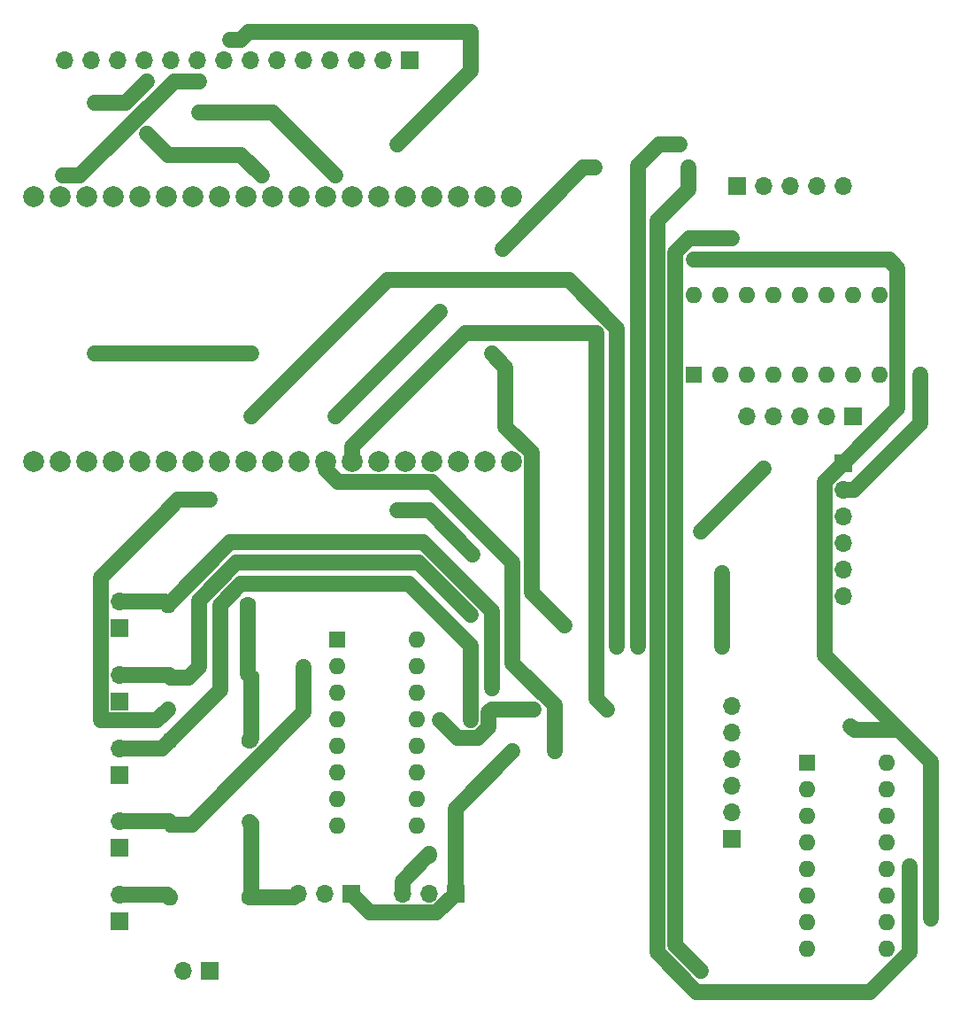
<source format=gbr>
%TF.GenerationSoftware,KiCad,Pcbnew,8.0.3*%
%TF.CreationDate,2025-02-04T16:17:40+01:00*%
%TF.ProjectId,Esp32-card,45737033-322d-4636-9172-642e6b696361,rev?*%
%TF.SameCoordinates,Original*%
%TF.FileFunction,Copper,L1,Top*%
%TF.FilePolarity,Positive*%
%FSLAX46Y46*%
G04 Gerber Fmt 4.6, Leading zero omitted, Abs format (unit mm)*
G04 Created by KiCad (PCBNEW 8.0.3) date 2025-02-04 16:17:40*
%MOMM*%
%LPD*%
G01*
G04 APERTURE LIST*
%TA.AperFunction,ComponentPad*%
%ADD10R,1.700000X1.700000*%
%TD*%
%TA.AperFunction,ComponentPad*%
%ADD11O,1.700000X1.700000*%
%TD*%
%TA.AperFunction,ComponentPad*%
%ADD12R,1.600000X1.600000*%
%TD*%
%TA.AperFunction,ComponentPad*%
%ADD13O,1.600000X1.600000*%
%TD*%
%TA.AperFunction,ComponentPad*%
%ADD14C,1.600000*%
%TD*%
%TA.AperFunction,ComponentPad*%
%ADD15C,2.000000*%
%TD*%
%TA.AperFunction,ViaPad*%
%ADD16C,1.200000*%
%TD*%
%TA.AperFunction,ViaPad*%
%ADD17C,1.000000*%
%TD*%
%TA.AperFunction,Conductor*%
%ADD18C,1.500000*%
%TD*%
G04 APERTURE END LIST*
D10*
%TO.P,J7,1,Pin_1*%
%TO.N,T_IRQ*%
X156160000Y-36000000D03*
D11*
%TO.P,J7,2,Pin_2*%
%TO.N,T_DO*%
X153620000Y-36000000D03*
%TO.P,J7,3,Pin_3*%
%TO.N,T_DIN*%
X151080000Y-36000000D03*
%TO.P,J7,4,Pin_4*%
%TO.N,T_CS*%
X148540000Y-36000000D03*
%TO.P,J7,5,Pin_5*%
%TO.N,TS_CLK*%
X146000000Y-36000000D03*
%TO.P,J7,6,Pin_6*%
%TO.N,MISO*%
X143460000Y-36000000D03*
%TO.P,J7,7,Pin_7*%
%TO.N,LED*%
X140920000Y-36000000D03*
%TO.P,J7,8,Pin_8*%
%TO.N,SCK*%
X138380000Y-36000000D03*
%TO.P,J7,9,Pin_9*%
%TO.N,MOSI*%
X135840000Y-36000000D03*
%TO.P,J7,10,Pin_10*%
%TO.N,DC*%
X133300000Y-36000000D03*
%TO.P,J7,11,Pin_11*%
%TO.N,RESET*%
X130760000Y-36000000D03*
%TO.P,J7,12,Pin_12*%
%TO.N,CS*%
X128220000Y-36000000D03*
%TO.P,J7,13,Pin_13*%
%TO.N,GND*%
X125680000Y-36000000D03*
%TO.P,J7,14,Pin_14*%
%TO.N,3v3*%
X123140000Y-36000000D03*
%TD*%
D12*
%TO.P,U4,1,A4*%
%TO.N,Capteur_Hall_1*%
X149200000Y-91300000D03*
D13*
%TO.P,U4,2,A6*%
%TO.N,Capteur_Autre_1*%
X149200000Y-93840000D03*
%TO.P,U4,3,A*%
%TO.N,Analog_Pin1*%
X149200000Y-96380000D03*
%TO.P,U4,4,A7*%
%TO.N,Capteur_Autre_2*%
X149200000Y-98920000D03*
%TO.P,U4,5,A5*%
%TO.N,Capteur_Hall_2*%
X149200000Y-101460000D03*
%TO.P,U4,6,~{E}*%
%TO.N,GND*%
X149200000Y-104000000D03*
%TO.P,U4,7,VEE*%
X149200000Y-106540000D03*
%TO.P,U4,8,GND*%
X149200000Y-109080000D03*
%TO.P,U4,9,S2*%
%TO.N,Net-(U1-QG)*%
X156820000Y-109080000D03*
%TO.P,U4,10,S1*%
%TO.N,Net-(U1-QF)*%
X156820000Y-106540000D03*
%TO.P,U4,11,S0*%
%TO.N,Net-(U1-QE)*%
X156820000Y-104000000D03*
%TO.P,U4,12,A3*%
%TO.N,Capteur_Force_3*%
X156820000Y-101460000D03*
%TO.P,U4,13,A0*%
%TO.N,Net-(J14-Pin_6)*%
X156820000Y-98920000D03*
%TO.P,U4,14,A1*%
%TO.N,Capteur_Force_1*%
X156820000Y-96380000D03*
%TO.P,U4,15,A2*%
%TO.N,Capteur_Force_2*%
X156820000Y-93840000D03*
%TO.P,U4,16,VCC*%
%TO.N,3v3*%
X156820000Y-91300000D03*
%TD*%
D12*
%TO.P,U1,1,QB*%
%TO.N,M1_Pin_Dir2*%
X194200000Y-103125000D03*
D13*
%TO.P,U1,2,QC*%
%TO.N,M2_Pin_Dir1*%
X194200000Y-105665000D03*
%TO.P,U1,3,QD*%
%TO.N,M2_Pin_Dir2*%
X194200000Y-108205000D03*
%TO.P,U1,4,QE*%
%TO.N,Net-(U1-QE)*%
X194200000Y-110745000D03*
%TO.P,U1,5,QF*%
%TO.N,Net-(U1-QF)*%
X194200000Y-113285000D03*
%TO.P,U1,6,QG*%
%TO.N,Net-(U1-QG)*%
X194200000Y-115825000D03*
%TO.P,U1,7,QH*%
%TO.N,unconnected-(U1-QH-Pad7)*%
X194200000Y-118365000D03*
%TO.P,U1,8,GND*%
%TO.N,GND*%
X194200000Y-120905000D03*
%TO.P,U1,9,QH'*%
%TO.N,Net-(U1-QH')*%
X201820000Y-120905000D03*
%TO.P,U1,10,~{SRCLR}*%
%TO.N,3v3*%
X201820000Y-118365000D03*
%TO.P,U1,11,SRCLK*%
%TO.N,Clock*%
X201820000Y-115825000D03*
%TO.P,U1,12,RCLK*%
%TO.N,Trig*%
X201820000Y-113285000D03*
%TO.P,U1,13,~{OE}*%
%TO.N,GND*%
X201820000Y-110745000D03*
%TO.P,U1,14,SER*%
%TO.N,Data*%
X201820000Y-108205000D03*
%TO.P,U1,15,QA*%
%TO.N,M1_Pin_Dir1*%
X201820000Y-105665000D03*
%TO.P,U1,16,VCC*%
%TO.N,3v3*%
X201820000Y-103125000D03*
%TD*%
D10*
%TO.P,J2,1,Pin_1*%
%TO.N,5v*%
X128375000Y-90275000D03*
D11*
%TO.P,J2,2,Pin_2*%
%TO.N,Capteur_Force_1*%
X128375000Y-87735000D03*
%TD*%
D10*
%TO.P,J12,1,Pin_1*%
%TO.N,3v3*%
X187460000Y-48000000D03*
D11*
%TO.P,J12,2,Pin_2*%
%TO.N,GND*%
X190000000Y-48000000D03*
%TO.P,J12,3,Pin_3*%
%TO.N,Trig*%
X192540000Y-48000000D03*
%TO.P,J12,4,Pin_4*%
%TO.N,Clock*%
X195080000Y-48000000D03*
%TO.P,J12,5,Pin_5*%
%TO.N,Net-(J12-Pin_5)*%
X197620000Y-48000000D03*
%TD*%
D10*
%TO.P,J14,1,Pin_1*%
%TO.N,3v3*%
X197625000Y-74460000D03*
D11*
%TO.P,J14,2,Pin_2*%
%TO.N,GND*%
X197625000Y-77000000D03*
%TO.P,J14,3,Pin_3*%
%TO.N,Net-(J14-Pin_3)*%
X197625000Y-79540000D03*
%TO.P,J14,4,Pin_4*%
%TO.N,Net-(J14-Pin_4)*%
X197625000Y-82080000D03*
%TO.P,J14,5,Pin_5*%
%TO.N,Net-(J14-Pin_5)*%
X197625000Y-84620000D03*
%TO.P,J14,6,Pin_6*%
%TO.N,Net-(J14-Pin_6)*%
X197625000Y-87160000D03*
%TD*%
D10*
%TO.P,J13,1,Pin_1*%
%TO.N,5v*%
X128375000Y-118275000D03*
D11*
%TO.P,J13,2,Pin_2*%
%TO.N,Capteur_Autre_2*%
X128375000Y-115735000D03*
%TD*%
D10*
%TO.P,J3,1,Pin_1*%
%TO.N,5v*%
X128375000Y-97275000D03*
D11*
%TO.P,J3,2,Pin_2*%
%TO.N,Capteur_Force_2*%
X128375000Y-94735000D03*
%TD*%
D10*
%TO.P,J11,1,Pin_1*%
%TO.N,5v*%
X128375000Y-111275000D03*
D11*
%TO.P,J11,2,Pin_2*%
%TO.N,Capteur_Autre_1*%
X128375000Y-108735000D03*
%TD*%
D14*
%TO.P,R2,1*%
%TO.N,GND*%
X141000000Y-95000000D03*
D13*
%TO.P,R2,2*%
%TO.N,Capteur_Force_2*%
X133380000Y-95000000D03*
%TD*%
D10*
%TO.P,J8,1,Pin_1*%
%TO.N,M2_Pin_EN*%
X187000000Y-110350000D03*
D11*
%TO.P,J8,2,Pin_2*%
%TO.N,M2_Pin_Dir2*%
X187000000Y-107810000D03*
%TO.P,J8,3,Pin_3*%
%TO.N,M2_Pin_Dir1*%
X187000000Y-105270000D03*
%TO.P,J8,4,Pin_4*%
%TO.N,M1_Pin_Dir2*%
X187000000Y-102730000D03*
%TO.P,J8,5,Pin_5*%
%TO.N,M1_Pin_Dir1*%
X187000000Y-100190000D03*
%TO.P,J8,6,Pin_6*%
%TO.N,M1_Pin_EN*%
X187000000Y-97650000D03*
%TD*%
D14*
%TO.P,R5,1*%
%TO.N,GND*%
X140810000Y-116000000D03*
D13*
%TO.P,R5,2*%
%TO.N,Capteur_Autre_2*%
X133190000Y-116000000D03*
%TD*%
D14*
%TO.P,R3,1*%
%TO.N,GND*%
X140810000Y-101000000D03*
D13*
%TO.P,R3,2*%
%TO.N,Capteur_Force_3*%
X133190000Y-101000000D03*
%TD*%
D10*
%TO.P,J9,1,Pin_1*%
%TO.N,Net-(J9-Pin_1)*%
X198540000Y-70000000D03*
D11*
%TO.P,J9,2,Pin_2*%
%TO.N,Net-(J9-Pin_2)*%
X196000000Y-70000000D03*
%TO.P,J9,3,Pin_3*%
%TO.N,Net-(J9-Pin_3)*%
X193460000Y-70000000D03*
%TO.P,J9,4,Pin_4*%
%TO.N,Net-(J9-Pin_4)*%
X190920000Y-70000000D03*
%TO.P,J9,5,Pin_5*%
%TO.N,Net-(J9-Pin_5)*%
X188380000Y-70000000D03*
%TD*%
D12*
%TO.P,U2,1,QB*%
%TO.N,Net-(J14-Pin_4)*%
X183300000Y-66000000D03*
D13*
%TO.P,U2,2,QC*%
%TO.N,Net-(J14-Pin_3)*%
X185840000Y-66000000D03*
%TO.P,U2,3,QD*%
%TO.N,Net-(J9-Pin_5)*%
X188380000Y-66000000D03*
%TO.P,U2,4,QE*%
%TO.N,Net-(J9-Pin_4)*%
X190920000Y-66000000D03*
%TO.P,U2,5,QF*%
%TO.N,Net-(J9-Pin_3)*%
X193460000Y-66000000D03*
%TO.P,U2,6,QG*%
%TO.N,Net-(J9-Pin_2)*%
X196000000Y-66000000D03*
%TO.P,U2,7,QH*%
%TO.N,Net-(J9-Pin_1)*%
X198540000Y-66000000D03*
%TO.P,U2,8,GND*%
%TO.N,GND*%
X201080000Y-66000000D03*
%TO.P,U2,9,QH'*%
%TO.N,Net-(J12-Pin_5)*%
X201080000Y-58380000D03*
%TO.P,U2,10,~{SRCLR}*%
%TO.N,3v3*%
X198540000Y-58380000D03*
%TO.P,U2,11,SRCLK*%
%TO.N,Clock*%
X196000000Y-58380000D03*
%TO.P,U2,12,RCLK*%
%TO.N,Trig*%
X193460000Y-58380000D03*
%TO.P,U2,13,~{OE}*%
%TO.N,GND*%
X190920000Y-58380000D03*
%TO.P,U2,14,SER*%
%TO.N,Net-(U1-QH')*%
X188380000Y-58380000D03*
%TO.P,U2,15,QA*%
%TO.N,Net-(J14-Pin_5)*%
X185840000Y-58380000D03*
%TO.P,U2,16,VCC*%
%TO.N,3v3*%
X183300000Y-58380000D03*
%TD*%
D10*
%TO.P,J4,1,Pin_1*%
%TO.N,3v3*%
X160525000Y-115625000D03*
D11*
%TO.P,J4,2,Pin_2*%
%TO.N,Capteur_Hall_1*%
X157985000Y-115625000D03*
%TO.P,J4,3,Pin_3*%
%TO.N,GND*%
X155445000Y-115625000D03*
%TD*%
D10*
%TO.P,J6,1,Pin_1*%
%TO.N,GND*%
X137000000Y-123000000D03*
D11*
%TO.P,J6,2,Pin_2*%
%TO.N,5v*%
X134460000Y-123000000D03*
%TD*%
D14*
%TO.P,R1,1*%
%TO.N,GND*%
X140620000Y-88000000D03*
D13*
%TO.P,R1,2*%
%TO.N,Capteur_Force_1*%
X133000000Y-88000000D03*
%TD*%
D14*
%TO.P,R4,1*%
%TO.N,GND*%
X141000000Y-109000000D03*
D13*
%TO.P,R4,2*%
%TO.N,Capteur_Autre_1*%
X133380000Y-109000000D03*
%TD*%
D10*
%TO.P,J10,1,Pin_1*%
%TO.N,5v*%
X128375000Y-104275000D03*
D11*
%TO.P,J10,2,Pin_2*%
%TO.N,Capteur_Force_3*%
X128375000Y-101735000D03*
%TD*%
D10*
%TO.P,J5,1,Pin_1*%
%TO.N,3v3*%
X150525000Y-115625000D03*
D11*
%TO.P,J5,2,Pin_2*%
%TO.N,Capteur_Hall_2*%
X147985000Y-115625000D03*
%TO.P,J5,3,Pin_3*%
%TO.N,GND*%
X145445000Y-115625000D03*
%TD*%
D15*
%TO.P,ESP32_WROOM_KIT2,1,3v3*%
%TO.N,3v3*%
X120140000Y-74300000D03*
%TO.P,ESP32_WROOM_KIT2,2,EN*%
%TO.N,unconnected-(ESP32_WROOM_KIT2-EN-Pad2)*%
X122680000Y-74300000D03*
%TO.P,ESP32_WROOM_KIT2,3,GPIO36*%
%TO.N,unconnected-(ESP32_WROOM_KIT2-GPIO36-Pad3)*%
X125220000Y-74300000D03*
%TO.P,ESP32_WROOM_KIT2,4,GPIO39*%
%TO.N,unconnected-(ESP32_WROOM_KIT2-GPIO39-Pad4)*%
X127760000Y-74300000D03*
%TO.P,ESP32_WROOM_KIT2,5,GPIO34*%
%TO.N,unconnected-(ESP32_WROOM_KIT2-GPIO34-Pad5)*%
X130300000Y-74300000D03*
%TO.P,ESP32_WROOM_KIT2,6,GPIO35*%
%TO.N,unconnected-(ESP32_WROOM_KIT2-GPIO35-Pad6)*%
X132840000Y-74300000D03*
%TO.P,ESP32_WROOM_KIT2,7,GPIO32*%
%TO.N,unconnected-(ESP32_WROOM_KIT2-GPIO32-Pad7)*%
X135380000Y-74300000D03*
%TO.P,ESP32_WROOM_KIT2,8,GPIO33*%
%TO.N,Analog_Pin1*%
X137920000Y-74300000D03*
%TO.P,ESP32_WROOM_KIT2,9,GPIO25*%
%TO.N,Data*%
X140460000Y-74300000D03*
%TO.P,ESP32_WROOM_KIT2,10,GPIO26*%
%TO.N,Clock*%
X143000000Y-74300000D03*
%TO.P,ESP32_WROOM_KIT2,11,GPIO27*%
%TO.N,Trig*%
X145540000Y-74300000D03*
%TO.P,ESP32_WROOM_KIT2,12,GPIO14*%
%TO.N,M2_Pin_EN*%
X148080000Y-74300000D03*
%TO.P,ESP32_WROOM_KIT2,13,GPIO12*%
%TO.N,M1_Pin_EN*%
X150620000Y-74300000D03*
%TO.P,ESP32_WROOM_KIT2,14,GND*%
%TO.N,unconnected-(ESP32_WROOM_KIT2-GND-Pad14)*%
X153160000Y-74300000D03*
%TO.P,ESP32_WROOM_KIT2,15,GPIO13*%
%TO.N,unconnected-(ESP32_WROOM_KIT2-GPIO13-Pad15)*%
X155700000Y-74300000D03*
%TO.P,ESP32_WROOM_KIT2,16,GPIO9*%
%TO.N,unconnected-(ESP32_WROOM_KIT2-GPIO9-Pad16)*%
X158240000Y-74300000D03*
%TO.P,ESP32_WROOM_KIT2,17,GPIO10*%
%TO.N,unconnected-(ESP32_WROOM_KIT2-GPIO10-Pad17)*%
X160780000Y-74300000D03*
%TO.P,ESP32_WROOM_KIT2,18,GPIO11*%
%TO.N,unconnected-(ESP32_WROOM_KIT2-GPIO11-Pad18)*%
X163320000Y-74300000D03*
%TO.P,ESP32_WROOM_KIT2,19,5V*%
%TO.N,5v*%
X165860000Y-74300000D03*
%TO.P,ESP32_WROOM_KIT2,20,GND*%
%TO.N,GND*%
X120140000Y-49000000D03*
%TO.P,ESP32_WROOM_KIT2,21,GPIO23*%
%TO.N,MOSI*%
X122680000Y-49000000D03*
%TO.P,ESP32_WROOM_KIT2,22,GPIO22*%
%TO.N,RESET*%
X125220000Y-49000000D03*
%TO.P,ESP32_WROOM_KIT2,23,TXD*%
%TO.N,unconnected-(ESP32_WROOM_KIT2-TXD-Pad23)*%
X127760000Y-49000000D03*
%TO.P,ESP32_WROOM_KIT2,24*%
%TO.N,N/C*%
X130300000Y-49000000D03*
%TO.P,ESP32_WROOM_KIT2,25,GPIO21*%
%TO.N,unconnected-(ESP32_WROOM_KIT2-GPIO21-Pad25)*%
X132840000Y-49000000D03*
%TO.P,ESP32_WROOM_KIT2,26,GND*%
%TO.N,unconnected-(ESP32_WROOM_KIT2-GND-Pad26)*%
X135380000Y-49000000D03*
%TO.P,ESP32_WROOM_KIT2,27,GPIO19*%
%TO.N,MISO*%
X137920000Y-49000000D03*
%TO.P,ESP32_WROOM_KIT2,28,GPIO18*%
%TO.N,SCK*%
X140460000Y-49000000D03*
%TO.P,ESP32_WROOM_KIT2,29,GPIO5*%
%TO.N,CS*%
X143000000Y-49000000D03*
%TO.P,ESP32_WROOM_KIT2,30,GPIO17*%
%TO.N,unconnected-(ESP32_WROOM_KIT2-GPIO17-Pad30)*%
X145540000Y-49000000D03*
%TO.P,ESP32_WROOM_KIT2,31,GPIO16*%
%TO.N,unconnected-(ESP32_WROOM_KIT2-GPIO16-Pad31)*%
X148080000Y-49000000D03*
%TO.P,ESP32_WROOM_KIT2,32,GPIO4*%
%TO.N,DC*%
X150620000Y-49000000D03*
%TO.P,ESP32_WROOM_KIT2,33,GPIO0*%
%TO.N,unconnected-(ESP32_WROOM_KIT2-GPIO0-Pad33)*%
X153160000Y-49000000D03*
%TO.P,ESP32_WROOM_KIT2,34,GPIO2*%
%TO.N,unconnected-(ESP32_WROOM_KIT2-GPIO2-Pad34)*%
X155700000Y-49000000D03*
%TO.P,ESP32_WROOM_KIT2,35,GPIO15*%
%TO.N,LED*%
X158240000Y-49000000D03*
%TO.P,ESP32_WROOM_KIT2,36,SD1*%
%TO.N,unconnected-(ESP32_WROOM_KIT2-SD1-Pad36)*%
X160780000Y-49000000D03*
%TO.P,ESP32_WROOM_KIT2,37,SD0*%
%TO.N,unconnected-(ESP32_WROOM_KIT2-SD0-Pad37)*%
X163320000Y-49000000D03*
%TO.P,ESP32_WROOM_KIT2,38,CLK*%
%TO.N,unconnected-(ESP32_WROOM_KIT2-CLK-Pad38)*%
X165860000Y-49000000D03*
%TD*%
D16*
%TO.N,Clock*%
X182000000Y-44000000D03*
X155000000Y-79000000D03*
X162189038Y-83201935D03*
X186000000Y-85000000D03*
X186000000Y-92000000D03*
%TO.N,Trig*%
X149000000Y-70000000D03*
X159000000Y-60000000D03*
X165000000Y-54000000D03*
X173811558Y-46227375D03*
%TO.N,Data*%
X141000000Y-70000000D03*
%TO.N,3v3*%
X126000000Y-64000000D03*
X141000000Y-64000000D03*
X164000000Y-64000000D03*
X171000000Y-90000000D03*
%TO.N,Analog_Pin1*%
X137000000Y-78000000D03*
X133000000Y-98000000D03*
%TO.N,DC*%
X136000000Y-41000000D03*
X149000000Y-47000000D03*
%TO.N,SCK*%
X155000000Y-44000000D03*
X139000000Y-34000000D03*
%TO.N,MOSI*%
X123000000Y-47000000D03*
X136000000Y-38000000D03*
%TO.N,RESET*%
X126000000Y-40000000D03*
X131000000Y-38000000D03*
%TO.N,CS*%
X131000000Y-43000000D03*
X142000000Y-47000000D03*
D17*
%TO.N,Data*%
X176000000Y-92000000D03*
%TO.N,Trig*%
X182800000Y-46200000D03*
X204000000Y-113000000D03*
%TO.N,Clock*%
X178000000Y-92000000D03*
%TO.N,3v3*%
X198347500Y-99652500D03*
X198000000Y-55000000D03*
X166000000Y-102000000D03*
X206000000Y-118000000D03*
X183300000Y-55000000D03*
%TO.N,GND*%
X205000000Y-66000000D03*
X158000000Y-112000000D03*
X184000000Y-81000000D03*
X190000000Y-75000000D03*
%TO.N,M1_Pin_EN*%
X175000000Y-98000000D03*
%TO.N,Net-(U1-QH')*%
X187000000Y-53000000D03*
X184000000Y-123000000D03*
%TO.N,M2_Pin_EN*%
X170000000Y-102000000D03*
%TO.N,Capteur_Force_1*%
X164000000Y-96000000D03*
%TO.N,Capteur_Force_2*%
X162000000Y-89000000D03*
%TO.N,Capteur_Force_3*%
X162000000Y-99000000D03*
%TO.N,Capteur_Autre_1*%
X146000000Y-94000000D03*
%TO.N,Net-(J14-Pin_6)*%
X168000000Y-98000000D03*
X159000000Y-99000000D03*
%TD*%
D18*
%TO.N,GND*%
X184000000Y-81000000D02*
X190000000Y-75000000D01*
%TO.N,Clock*%
X180000000Y-44000000D02*
X182000000Y-44000000D01*
X178000000Y-46000000D02*
X180000000Y-44000000D01*
X178000000Y-55000000D02*
X178000000Y-46000000D01*
X178000000Y-92000000D02*
X178000000Y-55000000D01*
X157987103Y-79000000D02*
X155000000Y-79000000D01*
X162189038Y-83201935D02*
X157987103Y-79000000D01*
X186000000Y-92000000D02*
X186000000Y-85000000D01*
%TO.N,Trig*%
X159000000Y-60000000D02*
X149000000Y-70000000D01*
X172772625Y-46227375D02*
X165000000Y-54000000D01*
X173811558Y-46227375D02*
X172772625Y-46227375D01*
%TO.N,Data*%
X154000000Y-57000000D02*
X171404164Y-57000000D01*
X141000000Y-70000000D02*
X154000000Y-57000000D01*
%TO.N,3v3*%
X141000000Y-64000000D02*
X126000000Y-64000000D01*
X165317717Y-65317717D02*
X164000000Y-64000000D01*
X165317717Y-71000000D02*
X165317717Y-65317717D01*
X167810000Y-73492283D02*
X165317717Y-71000000D01*
X167810000Y-86810000D02*
X167810000Y-73492283D01*
X171000000Y-90000000D02*
X167810000Y-86810000D01*
%TO.N,Analog_Pin1*%
X134000000Y-78000000D02*
X137000000Y-78000000D01*
X132500000Y-79500000D02*
X134000000Y-78000000D01*
X126575000Y-85425000D02*
X132500000Y-79500000D01*
X126575000Y-99075000D02*
X126575000Y-85425000D01*
X131925000Y-99075000D02*
X126575000Y-99075000D01*
X133000000Y-98000000D02*
X131925000Y-99075000D01*
%TO.N,M1_Pin_EN*%
X161505787Y-62000000D02*
X174000000Y-62000000D01*
X150620000Y-72885787D02*
X161505787Y-62000000D01*
X150620000Y-74300000D02*
X150620000Y-72885787D01*
%TO.N,M2_Pin_EN*%
X148080000Y-75080000D02*
X148080000Y-74300000D01*
X166000000Y-84000000D02*
X158250000Y-76250000D01*
X166000000Y-84000000D02*
X166000000Y-93595837D01*
X158250000Y-76250000D02*
X149250000Y-76250000D01*
X149250000Y-76250000D02*
X148080000Y-75080000D01*
%TO.N,DC*%
X143000000Y-41000000D02*
X136000000Y-41000000D01*
X149000000Y-47000000D02*
X143000000Y-41000000D01*
%TO.N,SCK*%
X162000000Y-37000000D02*
X155000000Y-44000000D01*
X140000000Y-34000000D02*
X140750000Y-33250000D01*
X162000000Y-33250000D02*
X162000000Y-37000000D01*
X139000000Y-34000000D02*
X140000000Y-34000000D01*
X140750000Y-33250000D02*
X162000000Y-33250000D01*
%TO.N,MOSI*%
X133595836Y-38000000D02*
X124595836Y-47000000D01*
X124595836Y-47000000D02*
X123000000Y-47000000D01*
X136000000Y-38000000D02*
X133595836Y-38000000D01*
%TO.N,RESET*%
X129000000Y-40000000D02*
X131000000Y-38000000D01*
X126000000Y-40000000D02*
X129000000Y-40000000D01*
%TO.N,CS*%
X133000000Y-45000000D02*
X131000000Y-43000000D01*
X140000000Y-45000000D02*
X133000000Y-45000000D01*
X142000000Y-47000000D02*
X140000000Y-45000000D01*
%TO.N,Data*%
X176000000Y-61595836D02*
X171404164Y-57000000D01*
X176000000Y-92000000D02*
X176000000Y-61595836D01*
%TO.N,Trig*%
X204000000Y-121199874D02*
X204000000Y-113000000D01*
X182800000Y-46200000D02*
X182800000Y-48350000D01*
X183595836Y-125000000D02*
X200199874Y-125000000D01*
X182800000Y-48350000D02*
X179850000Y-51300000D01*
X179850000Y-121254164D02*
X183595836Y-125000000D01*
X179850000Y-51300000D02*
X179850000Y-121254164D01*
X200199874Y-125000000D02*
X204000000Y-121199874D01*
%TO.N,3v3*%
X197619415Y-74460000D02*
X197625000Y-74460000D01*
X206000000Y-103000000D02*
X206000000Y-118000000D01*
X202830000Y-55830000D02*
X202000000Y-55000000D01*
X198000000Y-55000000D02*
X183300000Y-55000000D01*
X204000000Y-101000000D02*
X206000000Y-103000000D01*
X198347500Y-99652500D02*
X198695000Y-100000000D01*
X202000000Y-55000000D02*
X198000000Y-55000000D01*
X160525000Y-115625000D02*
X160525000Y-115630585D01*
X197625000Y-74460000D02*
X202830000Y-69255000D01*
X204000000Y-101000000D02*
X195825000Y-92825000D01*
X166000000Y-102000000D02*
X160525000Y-107475000D01*
X195825000Y-92825000D02*
X195825000Y-76254415D01*
X203000000Y-100000000D02*
X204000000Y-101000000D01*
X202830000Y-69255000D02*
X202830000Y-55830000D01*
X198695000Y-100000000D02*
X203000000Y-100000000D01*
X152325000Y-117425000D02*
X150525000Y-115625000D01*
X160525000Y-115630585D02*
X158730585Y-117425000D01*
X160525000Y-107475000D02*
X160525000Y-115625000D01*
X195825000Y-76254415D02*
X197619415Y-74460000D01*
X158730585Y-117425000D02*
X152325000Y-117425000D01*
%TO.N,GND*%
X197625000Y-77000000D02*
X198685000Y-77000000D01*
X205000000Y-70685000D02*
X205000000Y-66000000D01*
X140810000Y-116000000D02*
X145070000Y-116000000D01*
X141000000Y-100810000D02*
X140810000Y-101000000D01*
X145070000Y-116000000D02*
X145445000Y-115625000D01*
X158000000Y-111867919D02*
X157867919Y-112000000D01*
X198685000Y-77000000D02*
X205000000Y-70685000D01*
X140620000Y-88000000D02*
X140620000Y-94620000D01*
X141000000Y-115810000D02*
X140810000Y-116000000D01*
X140620000Y-94620000D02*
X141000000Y-95000000D01*
X155445000Y-115625000D02*
X155445000Y-114422919D01*
X141000000Y-95000000D02*
X141000000Y-100810000D01*
X155445000Y-114422919D02*
X157867919Y-112000000D01*
X140810000Y-108810000D02*
X141000000Y-109000000D01*
X157867919Y-112000000D02*
X158000000Y-112000000D01*
X158000000Y-112000000D02*
X158000000Y-111867919D01*
X141000000Y-109000000D02*
X141000000Y-115810000D01*
%TO.N,M1_Pin_EN*%
X175000000Y-98000000D02*
X174000000Y-97000000D01*
X174000000Y-97000000D02*
X174000000Y-62000000D01*
%TO.N,Net-(U1-QH')*%
X181550000Y-54345837D02*
X181550000Y-120550000D01*
X182895837Y-53000000D02*
X181550000Y-54345837D01*
X187000000Y-53000000D02*
X182895837Y-53000000D01*
X181550000Y-120550000D02*
X184000000Y-123000000D01*
%TO.N,M2_Pin_EN*%
X170000000Y-97595837D02*
X170000000Y-102000000D01*
X166000000Y-93595837D02*
X170000000Y-97595837D01*
%TO.N,Capteur_Force_1*%
X157404164Y-82000000D02*
X164000000Y-88595836D01*
X139000000Y-82000000D02*
X156000000Y-82000000D01*
X164000000Y-88595836D02*
X164000000Y-96000000D01*
X132735000Y-87735000D02*
X133000000Y-88000000D01*
X156000000Y-82000000D02*
X157404164Y-82000000D01*
X133000000Y-88000000D02*
X139000000Y-82000000D01*
X128375000Y-87735000D02*
X132735000Y-87735000D01*
%TO.N,Capteur_Force_2*%
X157000000Y-84000000D02*
X162000000Y-89000000D01*
X128375000Y-94735000D02*
X133115000Y-94735000D01*
X133115000Y-94735000D02*
X133380000Y-95000000D01*
X135000000Y-95000000D02*
X136000000Y-94000000D01*
X136000000Y-87595836D02*
X139595836Y-84000000D01*
X133380000Y-95000000D02*
X135000000Y-95000000D01*
X136000000Y-94000000D02*
X136000000Y-88000000D01*
X136000000Y-88000000D02*
X136000000Y-87595836D01*
X139595836Y-84000000D02*
X156000000Y-84000000D01*
X156000000Y-84000000D02*
X157000000Y-84000000D01*
%TO.N,Capteur_Force_3*%
X138000000Y-88000000D02*
X140000000Y-86000000D01*
X133190000Y-101000000D02*
X138000000Y-96190000D01*
X140000000Y-86000000D02*
X156050610Y-86000000D01*
X138000000Y-96190000D02*
X138000000Y-88000000D01*
X128375000Y-101735000D02*
X132455000Y-101735000D01*
X156050610Y-86000000D02*
X162000000Y-91949390D01*
X162000000Y-91949390D02*
X162000000Y-99000000D01*
X132455000Y-101735000D02*
X133190000Y-101000000D01*
%TO.N,Capteur_Autre_1*%
X135284874Y-109000000D02*
X146000000Y-98284874D01*
X133380000Y-109000000D02*
X135284874Y-109000000D01*
X146000000Y-98284874D02*
X146000000Y-94000000D01*
X133115000Y-108735000D02*
X133380000Y-109000000D01*
X128375000Y-108735000D02*
X133115000Y-108735000D01*
%TO.N,Capteur_Autre_2*%
X132925000Y-115735000D02*
X133190000Y-116000000D01*
X128375000Y-115735000D02*
X132925000Y-115735000D01*
%TO.N,Net-(J14-Pin_6)*%
X160700000Y-100700000D02*
X162704163Y-100700000D01*
X159000000Y-99000000D02*
X160700000Y-100700000D01*
X163700000Y-99704163D02*
X163700000Y-98300000D01*
X162704163Y-100700000D02*
X163700000Y-99704163D01*
X164000000Y-98000000D02*
X168000000Y-98000000D01*
X163700000Y-98300000D02*
X164000000Y-98000000D01*
%TD*%
M02*

</source>
